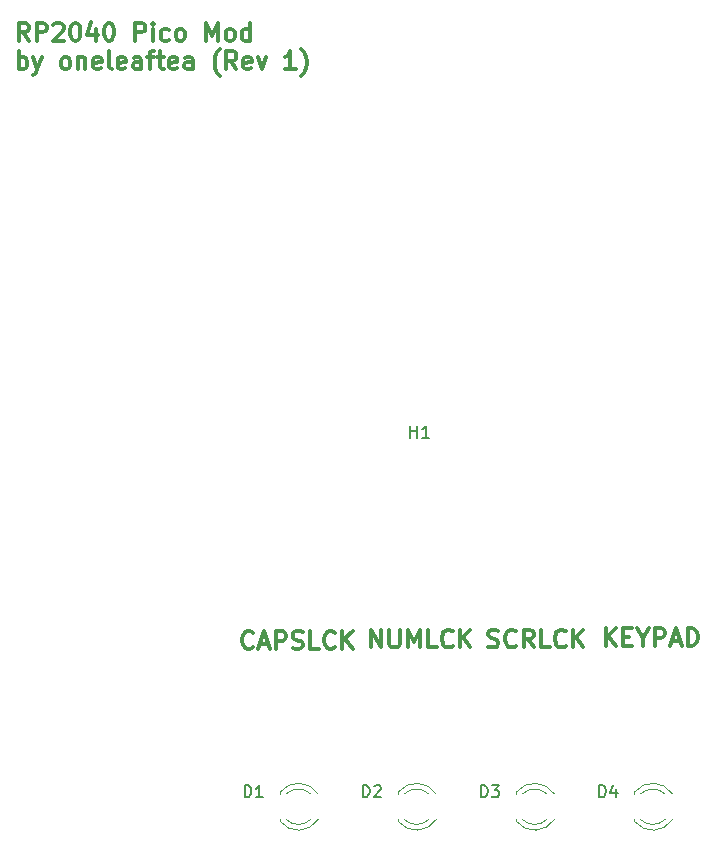
<source format=gto>
G04 #@! TF.GenerationSoftware,KiCad,Pcbnew,9.0.1-9.0.1-0~ubuntu22.04.1*
G04 #@! TF.CreationDate,2025-04-10T12:51:45-07:00*
G04 #@! TF.ProjectId,kicad_port,6b696361-645f-4706-9f72-742e6b696361,rev?*
G04 #@! TF.SameCoordinates,Original*
G04 #@! TF.FileFunction,Legend,Top*
G04 #@! TF.FilePolarity,Positive*
%FSLAX46Y46*%
G04 Gerber Fmt 4.6, Leading zero omitted, Abs format (unit mm)*
G04 Created by KiCad (PCBNEW 9.0.1-9.0.1-0~ubuntu22.04.1) date 2025-04-10 12:51:45*
%MOMM*%
%LPD*%
G01*
G04 APERTURE LIST*
%ADD10C,0.300000*%
%ADD11C,0.150000*%
%ADD12C,0.120000*%
%ADD13O,4.750000X2.250000*%
%ADD14O,1.400000X1.400000*%
%ADD15C,1.400000*%
%ADD16O,1.700000X1.700000*%
%ADD17R,1.700000X1.700000*%
%ADD18R,1.800000X1.800000*%
%ADD19C,1.800000*%
%ADD20C,8.600000*%
%ADD21O,2.000000X1.200000*%
%ADD22C,1.511200*%
%ADD23C,6.500000*%
%ADD24C,1.638200*%
G04 APERTURE END LIST*
D10*
X112155653Y-67542870D02*
X111655653Y-66828584D01*
X111298510Y-67542870D02*
X111298510Y-66042870D01*
X111298510Y-66042870D02*
X111869939Y-66042870D01*
X111869939Y-66042870D02*
X112012796Y-66114299D01*
X112012796Y-66114299D02*
X112084225Y-66185727D01*
X112084225Y-66185727D02*
X112155653Y-66328584D01*
X112155653Y-66328584D02*
X112155653Y-66542870D01*
X112155653Y-66542870D02*
X112084225Y-66685727D01*
X112084225Y-66685727D02*
X112012796Y-66757156D01*
X112012796Y-66757156D02*
X111869939Y-66828584D01*
X111869939Y-66828584D02*
X111298510Y-66828584D01*
X112798510Y-67542870D02*
X112798510Y-66042870D01*
X112798510Y-66042870D02*
X113369939Y-66042870D01*
X113369939Y-66042870D02*
X113512796Y-66114299D01*
X113512796Y-66114299D02*
X113584225Y-66185727D01*
X113584225Y-66185727D02*
X113655653Y-66328584D01*
X113655653Y-66328584D02*
X113655653Y-66542870D01*
X113655653Y-66542870D02*
X113584225Y-66685727D01*
X113584225Y-66685727D02*
X113512796Y-66757156D01*
X113512796Y-66757156D02*
X113369939Y-66828584D01*
X113369939Y-66828584D02*
X112798510Y-66828584D01*
X114227082Y-66185727D02*
X114298510Y-66114299D01*
X114298510Y-66114299D02*
X114441368Y-66042870D01*
X114441368Y-66042870D02*
X114798510Y-66042870D01*
X114798510Y-66042870D02*
X114941368Y-66114299D01*
X114941368Y-66114299D02*
X115012796Y-66185727D01*
X115012796Y-66185727D02*
X115084225Y-66328584D01*
X115084225Y-66328584D02*
X115084225Y-66471442D01*
X115084225Y-66471442D02*
X115012796Y-66685727D01*
X115012796Y-66685727D02*
X114155653Y-67542870D01*
X114155653Y-67542870D02*
X115084225Y-67542870D01*
X116012796Y-66042870D02*
X116155653Y-66042870D01*
X116155653Y-66042870D02*
X116298510Y-66114299D01*
X116298510Y-66114299D02*
X116369939Y-66185727D01*
X116369939Y-66185727D02*
X116441367Y-66328584D01*
X116441367Y-66328584D02*
X116512796Y-66614299D01*
X116512796Y-66614299D02*
X116512796Y-66971442D01*
X116512796Y-66971442D02*
X116441367Y-67257156D01*
X116441367Y-67257156D02*
X116369939Y-67400013D01*
X116369939Y-67400013D02*
X116298510Y-67471442D01*
X116298510Y-67471442D02*
X116155653Y-67542870D01*
X116155653Y-67542870D02*
X116012796Y-67542870D01*
X116012796Y-67542870D02*
X115869939Y-67471442D01*
X115869939Y-67471442D02*
X115798510Y-67400013D01*
X115798510Y-67400013D02*
X115727081Y-67257156D01*
X115727081Y-67257156D02*
X115655653Y-66971442D01*
X115655653Y-66971442D02*
X115655653Y-66614299D01*
X115655653Y-66614299D02*
X115727081Y-66328584D01*
X115727081Y-66328584D02*
X115798510Y-66185727D01*
X115798510Y-66185727D02*
X115869939Y-66114299D01*
X115869939Y-66114299D02*
X116012796Y-66042870D01*
X117798510Y-66542870D02*
X117798510Y-67542870D01*
X117441367Y-65971442D02*
X117084224Y-67042870D01*
X117084224Y-67042870D02*
X118012795Y-67042870D01*
X118869938Y-66042870D02*
X119012795Y-66042870D01*
X119012795Y-66042870D02*
X119155652Y-66114299D01*
X119155652Y-66114299D02*
X119227081Y-66185727D01*
X119227081Y-66185727D02*
X119298509Y-66328584D01*
X119298509Y-66328584D02*
X119369938Y-66614299D01*
X119369938Y-66614299D02*
X119369938Y-66971442D01*
X119369938Y-66971442D02*
X119298509Y-67257156D01*
X119298509Y-67257156D02*
X119227081Y-67400013D01*
X119227081Y-67400013D02*
X119155652Y-67471442D01*
X119155652Y-67471442D02*
X119012795Y-67542870D01*
X119012795Y-67542870D02*
X118869938Y-67542870D01*
X118869938Y-67542870D02*
X118727081Y-67471442D01*
X118727081Y-67471442D02*
X118655652Y-67400013D01*
X118655652Y-67400013D02*
X118584223Y-67257156D01*
X118584223Y-67257156D02*
X118512795Y-66971442D01*
X118512795Y-66971442D02*
X118512795Y-66614299D01*
X118512795Y-66614299D02*
X118584223Y-66328584D01*
X118584223Y-66328584D02*
X118655652Y-66185727D01*
X118655652Y-66185727D02*
X118727081Y-66114299D01*
X118727081Y-66114299D02*
X118869938Y-66042870D01*
X121155651Y-67542870D02*
X121155651Y-66042870D01*
X121155651Y-66042870D02*
X121727080Y-66042870D01*
X121727080Y-66042870D02*
X121869937Y-66114299D01*
X121869937Y-66114299D02*
X121941366Y-66185727D01*
X121941366Y-66185727D02*
X122012794Y-66328584D01*
X122012794Y-66328584D02*
X122012794Y-66542870D01*
X122012794Y-66542870D02*
X121941366Y-66685727D01*
X121941366Y-66685727D02*
X121869937Y-66757156D01*
X121869937Y-66757156D02*
X121727080Y-66828584D01*
X121727080Y-66828584D02*
X121155651Y-66828584D01*
X122655651Y-67542870D02*
X122655651Y-66542870D01*
X122655651Y-66042870D02*
X122584223Y-66114299D01*
X122584223Y-66114299D02*
X122655651Y-66185727D01*
X122655651Y-66185727D02*
X122727080Y-66114299D01*
X122727080Y-66114299D02*
X122655651Y-66042870D01*
X122655651Y-66042870D02*
X122655651Y-66185727D01*
X124012795Y-67471442D02*
X123869937Y-67542870D01*
X123869937Y-67542870D02*
X123584223Y-67542870D01*
X123584223Y-67542870D02*
X123441366Y-67471442D01*
X123441366Y-67471442D02*
X123369937Y-67400013D01*
X123369937Y-67400013D02*
X123298509Y-67257156D01*
X123298509Y-67257156D02*
X123298509Y-66828584D01*
X123298509Y-66828584D02*
X123369937Y-66685727D01*
X123369937Y-66685727D02*
X123441366Y-66614299D01*
X123441366Y-66614299D02*
X123584223Y-66542870D01*
X123584223Y-66542870D02*
X123869937Y-66542870D01*
X123869937Y-66542870D02*
X124012795Y-66614299D01*
X124869937Y-67542870D02*
X124727080Y-67471442D01*
X124727080Y-67471442D02*
X124655651Y-67400013D01*
X124655651Y-67400013D02*
X124584223Y-67257156D01*
X124584223Y-67257156D02*
X124584223Y-66828584D01*
X124584223Y-66828584D02*
X124655651Y-66685727D01*
X124655651Y-66685727D02*
X124727080Y-66614299D01*
X124727080Y-66614299D02*
X124869937Y-66542870D01*
X124869937Y-66542870D02*
X125084223Y-66542870D01*
X125084223Y-66542870D02*
X125227080Y-66614299D01*
X125227080Y-66614299D02*
X125298509Y-66685727D01*
X125298509Y-66685727D02*
X125369937Y-66828584D01*
X125369937Y-66828584D02*
X125369937Y-67257156D01*
X125369937Y-67257156D02*
X125298509Y-67400013D01*
X125298509Y-67400013D02*
X125227080Y-67471442D01*
X125227080Y-67471442D02*
X125084223Y-67542870D01*
X125084223Y-67542870D02*
X124869937Y-67542870D01*
X127155651Y-67542870D02*
X127155651Y-66042870D01*
X127155651Y-66042870D02*
X127655651Y-67114299D01*
X127655651Y-67114299D02*
X128155651Y-66042870D01*
X128155651Y-66042870D02*
X128155651Y-67542870D01*
X129084223Y-67542870D02*
X128941366Y-67471442D01*
X128941366Y-67471442D02*
X128869937Y-67400013D01*
X128869937Y-67400013D02*
X128798509Y-67257156D01*
X128798509Y-67257156D02*
X128798509Y-66828584D01*
X128798509Y-66828584D02*
X128869937Y-66685727D01*
X128869937Y-66685727D02*
X128941366Y-66614299D01*
X128941366Y-66614299D02*
X129084223Y-66542870D01*
X129084223Y-66542870D02*
X129298509Y-66542870D01*
X129298509Y-66542870D02*
X129441366Y-66614299D01*
X129441366Y-66614299D02*
X129512795Y-66685727D01*
X129512795Y-66685727D02*
X129584223Y-66828584D01*
X129584223Y-66828584D02*
X129584223Y-67257156D01*
X129584223Y-67257156D02*
X129512795Y-67400013D01*
X129512795Y-67400013D02*
X129441366Y-67471442D01*
X129441366Y-67471442D02*
X129298509Y-67542870D01*
X129298509Y-67542870D02*
X129084223Y-67542870D01*
X130869938Y-67542870D02*
X130869938Y-66042870D01*
X130869938Y-67471442D02*
X130727080Y-67542870D01*
X130727080Y-67542870D02*
X130441366Y-67542870D01*
X130441366Y-67542870D02*
X130298509Y-67471442D01*
X130298509Y-67471442D02*
X130227080Y-67400013D01*
X130227080Y-67400013D02*
X130155652Y-67257156D01*
X130155652Y-67257156D02*
X130155652Y-66828584D01*
X130155652Y-66828584D02*
X130227080Y-66685727D01*
X130227080Y-66685727D02*
X130298509Y-66614299D01*
X130298509Y-66614299D02*
X130441366Y-66542870D01*
X130441366Y-66542870D02*
X130727080Y-66542870D01*
X130727080Y-66542870D02*
X130869938Y-66614299D01*
X111298510Y-69957786D02*
X111298510Y-68457786D01*
X111298510Y-69029215D02*
X111441368Y-68957786D01*
X111441368Y-68957786D02*
X111727082Y-68957786D01*
X111727082Y-68957786D02*
X111869939Y-69029215D01*
X111869939Y-69029215D02*
X111941368Y-69100643D01*
X111941368Y-69100643D02*
X112012796Y-69243500D01*
X112012796Y-69243500D02*
X112012796Y-69672072D01*
X112012796Y-69672072D02*
X111941368Y-69814929D01*
X111941368Y-69814929D02*
X111869939Y-69886358D01*
X111869939Y-69886358D02*
X111727082Y-69957786D01*
X111727082Y-69957786D02*
X111441368Y-69957786D01*
X111441368Y-69957786D02*
X111298510Y-69886358D01*
X112512796Y-68957786D02*
X112869939Y-69957786D01*
X113227082Y-68957786D02*
X112869939Y-69957786D01*
X112869939Y-69957786D02*
X112727082Y-70314929D01*
X112727082Y-70314929D02*
X112655653Y-70386358D01*
X112655653Y-70386358D02*
X112512796Y-70457786D01*
X115155653Y-69957786D02*
X115012796Y-69886358D01*
X115012796Y-69886358D02*
X114941367Y-69814929D01*
X114941367Y-69814929D02*
X114869939Y-69672072D01*
X114869939Y-69672072D02*
X114869939Y-69243500D01*
X114869939Y-69243500D02*
X114941367Y-69100643D01*
X114941367Y-69100643D02*
X115012796Y-69029215D01*
X115012796Y-69029215D02*
X115155653Y-68957786D01*
X115155653Y-68957786D02*
X115369939Y-68957786D01*
X115369939Y-68957786D02*
X115512796Y-69029215D01*
X115512796Y-69029215D02*
X115584225Y-69100643D01*
X115584225Y-69100643D02*
X115655653Y-69243500D01*
X115655653Y-69243500D02*
X115655653Y-69672072D01*
X115655653Y-69672072D02*
X115584225Y-69814929D01*
X115584225Y-69814929D02*
X115512796Y-69886358D01*
X115512796Y-69886358D02*
X115369939Y-69957786D01*
X115369939Y-69957786D02*
X115155653Y-69957786D01*
X116298510Y-68957786D02*
X116298510Y-69957786D01*
X116298510Y-69100643D02*
X116369939Y-69029215D01*
X116369939Y-69029215D02*
X116512796Y-68957786D01*
X116512796Y-68957786D02*
X116727082Y-68957786D01*
X116727082Y-68957786D02*
X116869939Y-69029215D01*
X116869939Y-69029215D02*
X116941368Y-69172072D01*
X116941368Y-69172072D02*
X116941368Y-69957786D01*
X118227082Y-69886358D02*
X118084225Y-69957786D01*
X118084225Y-69957786D02*
X117798511Y-69957786D01*
X117798511Y-69957786D02*
X117655653Y-69886358D01*
X117655653Y-69886358D02*
X117584225Y-69743500D01*
X117584225Y-69743500D02*
X117584225Y-69172072D01*
X117584225Y-69172072D02*
X117655653Y-69029215D01*
X117655653Y-69029215D02*
X117798511Y-68957786D01*
X117798511Y-68957786D02*
X118084225Y-68957786D01*
X118084225Y-68957786D02*
X118227082Y-69029215D01*
X118227082Y-69029215D02*
X118298511Y-69172072D01*
X118298511Y-69172072D02*
X118298511Y-69314929D01*
X118298511Y-69314929D02*
X117584225Y-69457786D01*
X119155653Y-69957786D02*
X119012796Y-69886358D01*
X119012796Y-69886358D02*
X118941367Y-69743500D01*
X118941367Y-69743500D02*
X118941367Y-68457786D01*
X120298510Y-69886358D02*
X120155653Y-69957786D01*
X120155653Y-69957786D02*
X119869939Y-69957786D01*
X119869939Y-69957786D02*
X119727081Y-69886358D01*
X119727081Y-69886358D02*
X119655653Y-69743500D01*
X119655653Y-69743500D02*
X119655653Y-69172072D01*
X119655653Y-69172072D02*
X119727081Y-69029215D01*
X119727081Y-69029215D02*
X119869939Y-68957786D01*
X119869939Y-68957786D02*
X120155653Y-68957786D01*
X120155653Y-68957786D02*
X120298510Y-69029215D01*
X120298510Y-69029215D02*
X120369939Y-69172072D01*
X120369939Y-69172072D02*
X120369939Y-69314929D01*
X120369939Y-69314929D02*
X119655653Y-69457786D01*
X121655653Y-69957786D02*
X121655653Y-69172072D01*
X121655653Y-69172072D02*
X121584224Y-69029215D01*
X121584224Y-69029215D02*
X121441367Y-68957786D01*
X121441367Y-68957786D02*
X121155653Y-68957786D01*
X121155653Y-68957786D02*
X121012795Y-69029215D01*
X121655653Y-69886358D02*
X121512795Y-69957786D01*
X121512795Y-69957786D02*
X121155653Y-69957786D01*
X121155653Y-69957786D02*
X121012795Y-69886358D01*
X121012795Y-69886358D02*
X120941367Y-69743500D01*
X120941367Y-69743500D02*
X120941367Y-69600643D01*
X120941367Y-69600643D02*
X121012795Y-69457786D01*
X121012795Y-69457786D02*
X121155653Y-69386358D01*
X121155653Y-69386358D02*
X121512795Y-69386358D01*
X121512795Y-69386358D02*
X121655653Y-69314929D01*
X122155653Y-68957786D02*
X122727081Y-68957786D01*
X122369938Y-69957786D02*
X122369938Y-68672072D01*
X122369938Y-68672072D02*
X122441367Y-68529215D01*
X122441367Y-68529215D02*
X122584224Y-68457786D01*
X122584224Y-68457786D02*
X122727081Y-68457786D01*
X123012796Y-68957786D02*
X123584224Y-68957786D01*
X123227081Y-68457786D02*
X123227081Y-69743500D01*
X123227081Y-69743500D02*
X123298510Y-69886358D01*
X123298510Y-69886358D02*
X123441367Y-69957786D01*
X123441367Y-69957786D02*
X123584224Y-69957786D01*
X124655653Y-69886358D02*
X124512796Y-69957786D01*
X124512796Y-69957786D02*
X124227082Y-69957786D01*
X124227082Y-69957786D02*
X124084224Y-69886358D01*
X124084224Y-69886358D02*
X124012796Y-69743500D01*
X124012796Y-69743500D02*
X124012796Y-69172072D01*
X124012796Y-69172072D02*
X124084224Y-69029215D01*
X124084224Y-69029215D02*
X124227082Y-68957786D01*
X124227082Y-68957786D02*
X124512796Y-68957786D01*
X124512796Y-68957786D02*
X124655653Y-69029215D01*
X124655653Y-69029215D02*
X124727082Y-69172072D01*
X124727082Y-69172072D02*
X124727082Y-69314929D01*
X124727082Y-69314929D02*
X124012796Y-69457786D01*
X126012796Y-69957786D02*
X126012796Y-69172072D01*
X126012796Y-69172072D02*
X125941367Y-69029215D01*
X125941367Y-69029215D02*
X125798510Y-68957786D01*
X125798510Y-68957786D02*
X125512796Y-68957786D01*
X125512796Y-68957786D02*
X125369938Y-69029215D01*
X126012796Y-69886358D02*
X125869938Y-69957786D01*
X125869938Y-69957786D02*
X125512796Y-69957786D01*
X125512796Y-69957786D02*
X125369938Y-69886358D01*
X125369938Y-69886358D02*
X125298510Y-69743500D01*
X125298510Y-69743500D02*
X125298510Y-69600643D01*
X125298510Y-69600643D02*
X125369938Y-69457786D01*
X125369938Y-69457786D02*
X125512796Y-69386358D01*
X125512796Y-69386358D02*
X125869938Y-69386358D01*
X125869938Y-69386358D02*
X126012796Y-69314929D01*
X128298510Y-70529215D02*
X128227081Y-70457786D01*
X128227081Y-70457786D02*
X128084224Y-70243500D01*
X128084224Y-70243500D02*
X128012796Y-70100643D01*
X128012796Y-70100643D02*
X127941367Y-69886358D01*
X127941367Y-69886358D02*
X127869938Y-69529215D01*
X127869938Y-69529215D02*
X127869938Y-69243500D01*
X127869938Y-69243500D02*
X127941367Y-68886358D01*
X127941367Y-68886358D02*
X128012796Y-68672072D01*
X128012796Y-68672072D02*
X128084224Y-68529215D01*
X128084224Y-68529215D02*
X128227081Y-68314929D01*
X128227081Y-68314929D02*
X128298510Y-68243500D01*
X129727081Y-69957786D02*
X129227081Y-69243500D01*
X128869938Y-69957786D02*
X128869938Y-68457786D01*
X128869938Y-68457786D02*
X129441367Y-68457786D01*
X129441367Y-68457786D02*
X129584224Y-68529215D01*
X129584224Y-68529215D02*
X129655653Y-68600643D01*
X129655653Y-68600643D02*
X129727081Y-68743500D01*
X129727081Y-68743500D02*
X129727081Y-68957786D01*
X129727081Y-68957786D02*
X129655653Y-69100643D01*
X129655653Y-69100643D02*
X129584224Y-69172072D01*
X129584224Y-69172072D02*
X129441367Y-69243500D01*
X129441367Y-69243500D02*
X128869938Y-69243500D01*
X130941367Y-69886358D02*
X130798510Y-69957786D01*
X130798510Y-69957786D02*
X130512796Y-69957786D01*
X130512796Y-69957786D02*
X130369938Y-69886358D01*
X130369938Y-69886358D02*
X130298510Y-69743500D01*
X130298510Y-69743500D02*
X130298510Y-69172072D01*
X130298510Y-69172072D02*
X130369938Y-69029215D01*
X130369938Y-69029215D02*
X130512796Y-68957786D01*
X130512796Y-68957786D02*
X130798510Y-68957786D01*
X130798510Y-68957786D02*
X130941367Y-69029215D01*
X130941367Y-69029215D02*
X131012796Y-69172072D01*
X131012796Y-69172072D02*
X131012796Y-69314929D01*
X131012796Y-69314929D02*
X130298510Y-69457786D01*
X131512795Y-68957786D02*
X131869938Y-69957786D01*
X131869938Y-69957786D02*
X132227081Y-68957786D01*
X134727081Y-69957786D02*
X133869938Y-69957786D01*
X134298509Y-69957786D02*
X134298509Y-68457786D01*
X134298509Y-68457786D02*
X134155652Y-68672072D01*
X134155652Y-68672072D02*
X134012795Y-68814929D01*
X134012795Y-68814929D02*
X133869938Y-68886358D01*
X135227080Y-70529215D02*
X135298509Y-70457786D01*
X135298509Y-70457786D02*
X135441366Y-70243500D01*
X135441366Y-70243500D02*
X135512795Y-70100643D01*
X135512795Y-70100643D02*
X135584223Y-69886358D01*
X135584223Y-69886358D02*
X135655652Y-69529215D01*
X135655652Y-69529215D02*
X135655652Y-69243500D01*
X135655652Y-69243500D02*
X135584223Y-68886358D01*
X135584223Y-68886358D02*
X135512795Y-68672072D01*
X135512795Y-68672072D02*
X135441366Y-68529215D01*
X135441366Y-68529215D02*
X135298509Y-68314929D01*
X135298509Y-68314929D02*
X135227080Y-68243500D01*
X131124000Y-118899471D02*
X131052572Y-118970900D01*
X131052572Y-118970900D02*
X130838286Y-119042328D01*
X130838286Y-119042328D02*
X130695429Y-119042328D01*
X130695429Y-119042328D02*
X130481143Y-118970900D01*
X130481143Y-118970900D02*
X130338286Y-118828042D01*
X130338286Y-118828042D02*
X130266857Y-118685185D01*
X130266857Y-118685185D02*
X130195429Y-118399471D01*
X130195429Y-118399471D02*
X130195429Y-118185185D01*
X130195429Y-118185185D02*
X130266857Y-117899471D01*
X130266857Y-117899471D02*
X130338286Y-117756614D01*
X130338286Y-117756614D02*
X130481143Y-117613757D01*
X130481143Y-117613757D02*
X130695429Y-117542328D01*
X130695429Y-117542328D02*
X130838286Y-117542328D01*
X130838286Y-117542328D02*
X131052572Y-117613757D01*
X131052572Y-117613757D02*
X131124000Y-117685185D01*
X131695429Y-118613757D02*
X132409715Y-118613757D01*
X131552572Y-119042328D02*
X132052572Y-117542328D01*
X132052572Y-117542328D02*
X132552572Y-119042328D01*
X133052571Y-119042328D02*
X133052571Y-117542328D01*
X133052571Y-117542328D02*
X133624000Y-117542328D01*
X133624000Y-117542328D02*
X133766857Y-117613757D01*
X133766857Y-117613757D02*
X133838286Y-117685185D01*
X133838286Y-117685185D02*
X133909714Y-117828042D01*
X133909714Y-117828042D02*
X133909714Y-118042328D01*
X133909714Y-118042328D02*
X133838286Y-118185185D01*
X133838286Y-118185185D02*
X133766857Y-118256614D01*
X133766857Y-118256614D02*
X133624000Y-118328042D01*
X133624000Y-118328042D02*
X133052571Y-118328042D01*
X134481143Y-118970900D02*
X134695429Y-119042328D01*
X134695429Y-119042328D02*
X135052571Y-119042328D01*
X135052571Y-119042328D02*
X135195429Y-118970900D01*
X135195429Y-118970900D02*
X135266857Y-118899471D01*
X135266857Y-118899471D02*
X135338286Y-118756614D01*
X135338286Y-118756614D02*
X135338286Y-118613757D01*
X135338286Y-118613757D02*
X135266857Y-118470900D01*
X135266857Y-118470900D02*
X135195429Y-118399471D01*
X135195429Y-118399471D02*
X135052571Y-118328042D01*
X135052571Y-118328042D02*
X134766857Y-118256614D01*
X134766857Y-118256614D02*
X134624000Y-118185185D01*
X134624000Y-118185185D02*
X134552571Y-118113757D01*
X134552571Y-118113757D02*
X134481143Y-117970900D01*
X134481143Y-117970900D02*
X134481143Y-117828042D01*
X134481143Y-117828042D02*
X134552571Y-117685185D01*
X134552571Y-117685185D02*
X134624000Y-117613757D01*
X134624000Y-117613757D02*
X134766857Y-117542328D01*
X134766857Y-117542328D02*
X135124000Y-117542328D01*
X135124000Y-117542328D02*
X135338286Y-117613757D01*
X136695428Y-119042328D02*
X135981142Y-119042328D01*
X135981142Y-119042328D02*
X135981142Y-117542328D01*
X138052571Y-118899471D02*
X137981143Y-118970900D01*
X137981143Y-118970900D02*
X137766857Y-119042328D01*
X137766857Y-119042328D02*
X137624000Y-119042328D01*
X137624000Y-119042328D02*
X137409714Y-118970900D01*
X137409714Y-118970900D02*
X137266857Y-118828042D01*
X137266857Y-118828042D02*
X137195428Y-118685185D01*
X137195428Y-118685185D02*
X137124000Y-118399471D01*
X137124000Y-118399471D02*
X137124000Y-118185185D01*
X137124000Y-118185185D02*
X137195428Y-117899471D01*
X137195428Y-117899471D02*
X137266857Y-117756614D01*
X137266857Y-117756614D02*
X137409714Y-117613757D01*
X137409714Y-117613757D02*
X137624000Y-117542328D01*
X137624000Y-117542328D02*
X137766857Y-117542328D01*
X137766857Y-117542328D02*
X137981143Y-117613757D01*
X137981143Y-117613757D02*
X138052571Y-117685185D01*
X138695428Y-119042328D02*
X138695428Y-117542328D01*
X139552571Y-119042328D02*
X138909714Y-118185185D01*
X139552571Y-117542328D02*
X138695428Y-118399471D01*
X160988857Y-118788328D02*
X160988857Y-117288328D01*
X161846000Y-118788328D02*
X161203143Y-117931185D01*
X161846000Y-117288328D02*
X160988857Y-118145471D01*
X162488857Y-118002614D02*
X162988857Y-118002614D01*
X163203143Y-118788328D02*
X162488857Y-118788328D01*
X162488857Y-118788328D02*
X162488857Y-117288328D01*
X162488857Y-117288328D02*
X163203143Y-117288328D01*
X164131715Y-118074042D02*
X164131715Y-118788328D01*
X163631715Y-117288328D02*
X164131715Y-118074042D01*
X164131715Y-118074042D02*
X164631715Y-117288328D01*
X165131714Y-118788328D02*
X165131714Y-117288328D01*
X165131714Y-117288328D02*
X165703143Y-117288328D01*
X165703143Y-117288328D02*
X165846000Y-117359757D01*
X165846000Y-117359757D02*
X165917429Y-117431185D01*
X165917429Y-117431185D02*
X165988857Y-117574042D01*
X165988857Y-117574042D02*
X165988857Y-117788328D01*
X165988857Y-117788328D02*
X165917429Y-117931185D01*
X165917429Y-117931185D02*
X165846000Y-118002614D01*
X165846000Y-118002614D02*
X165703143Y-118074042D01*
X165703143Y-118074042D02*
X165131714Y-118074042D01*
X166560286Y-118359757D02*
X167274572Y-118359757D01*
X166417429Y-118788328D02*
X166917429Y-117288328D01*
X166917429Y-117288328D02*
X167417429Y-118788328D01*
X167917428Y-118788328D02*
X167917428Y-117288328D01*
X167917428Y-117288328D02*
X168274571Y-117288328D01*
X168274571Y-117288328D02*
X168488857Y-117359757D01*
X168488857Y-117359757D02*
X168631714Y-117502614D01*
X168631714Y-117502614D02*
X168703143Y-117645471D01*
X168703143Y-117645471D02*
X168774571Y-117931185D01*
X168774571Y-117931185D02*
X168774571Y-118145471D01*
X168774571Y-118145471D02*
X168703143Y-118431185D01*
X168703143Y-118431185D02*
X168631714Y-118574042D01*
X168631714Y-118574042D02*
X168488857Y-118716900D01*
X168488857Y-118716900D02*
X168274571Y-118788328D01*
X168274571Y-118788328D02*
X167917428Y-118788328D01*
X151031286Y-118843900D02*
X151245572Y-118915328D01*
X151245572Y-118915328D02*
X151602714Y-118915328D01*
X151602714Y-118915328D02*
X151745572Y-118843900D01*
X151745572Y-118843900D02*
X151817000Y-118772471D01*
X151817000Y-118772471D02*
X151888429Y-118629614D01*
X151888429Y-118629614D02*
X151888429Y-118486757D01*
X151888429Y-118486757D02*
X151817000Y-118343900D01*
X151817000Y-118343900D02*
X151745572Y-118272471D01*
X151745572Y-118272471D02*
X151602714Y-118201042D01*
X151602714Y-118201042D02*
X151317000Y-118129614D01*
X151317000Y-118129614D02*
X151174143Y-118058185D01*
X151174143Y-118058185D02*
X151102714Y-117986757D01*
X151102714Y-117986757D02*
X151031286Y-117843900D01*
X151031286Y-117843900D02*
X151031286Y-117701042D01*
X151031286Y-117701042D02*
X151102714Y-117558185D01*
X151102714Y-117558185D02*
X151174143Y-117486757D01*
X151174143Y-117486757D02*
X151317000Y-117415328D01*
X151317000Y-117415328D02*
X151674143Y-117415328D01*
X151674143Y-117415328D02*
X151888429Y-117486757D01*
X153388428Y-118772471D02*
X153317000Y-118843900D01*
X153317000Y-118843900D02*
X153102714Y-118915328D01*
X153102714Y-118915328D02*
X152959857Y-118915328D01*
X152959857Y-118915328D02*
X152745571Y-118843900D01*
X152745571Y-118843900D02*
X152602714Y-118701042D01*
X152602714Y-118701042D02*
X152531285Y-118558185D01*
X152531285Y-118558185D02*
X152459857Y-118272471D01*
X152459857Y-118272471D02*
X152459857Y-118058185D01*
X152459857Y-118058185D02*
X152531285Y-117772471D01*
X152531285Y-117772471D02*
X152602714Y-117629614D01*
X152602714Y-117629614D02*
X152745571Y-117486757D01*
X152745571Y-117486757D02*
X152959857Y-117415328D01*
X152959857Y-117415328D02*
X153102714Y-117415328D01*
X153102714Y-117415328D02*
X153317000Y-117486757D01*
X153317000Y-117486757D02*
X153388428Y-117558185D01*
X154888428Y-118915328D02*
X154388428Y-118201042D01*
X154031285Y-118915328D02*
X154031285Y-117415328D01*
X154031285Y-117415328D02*
X154602714Y-117415328D01*
X154602714Y-117415328D02*
X154745571Y-117486757D01*
X154745571Y-117486757D02*
X154817000Y-117558185D01*
X154817000Y-117558185D02*
X154888428Y-117701042D01*
X154888428Y-117701042D02*
X154888428Y-117915328D01*
X154888428Y-117915328D02*
X154817000Y-118058185D01*
X154817000Y-118058185D02*
X154745571Y-118129614D01*
X154745571Y-118129614D02*
X154602714Y-118201042D01*
X154602714Y-118201042D02*
X154031285Y-118201042D01*
X156245571Y-118915328D02*
X155531285Y-118915328D01*
X155531285Y-118915328D02*
X155531285Y-117415328D01*
X157602714Y-118772471D02*
X157531286Y-118843900D01*
X157531286Y-118843900D02*
X157317000Y-118915328D01*
X157317000Y-118915328D02*
X157174143Y-118915328D01*
X157174143Y-118915328D02*
X156959857Y-118843900D01*
X156959857Y-118843900D02*
X156817000Y-118701042D01*
X156817000Y-118701042D02*
X156745571Y-118558185D01*
X156745571Y-118558185D02*
X156674143Y-118272471D01*
X156674143Y-118272471D02*
X156674143Y-118058185D01*
X156674143Y-118058185D02*
X156745571Y-117772471D01*
X156745571Y-117772471D02*
X156817000Y-117629614D01*
X156817000Y-117629614D02*
X156959857Y-117486757D01*
X156959857Y-117486757D02*
X157174143Y-117415328D01*
X157174143Y-117415328D02*
X157317000Y-117415328D01*
X157317000Y-117415328D02*
X157531286Y-117486757D01*
X157531286Y-117486757D02*
X157602714Y-117558185D01*
X158245571Y-118915328D02*
X158245571Y-117415328D01*
X159102714Y-118915328D02*
X158459857Y-118058185D01*
X159102714Y-117415328D02*
X158245571Y-118272471D01*
X141109427Y-118915328D02*
X141109427Y-117415328D01*
X141109427Y-117415328D02*
X141966570Y-118915328D01*
X141966570Y-118915328D02*
X141966570Y-117415328D01*
X142680856Y-117415328D02*
X142680856Y-118629614D01*
X142680856Y-118629614D02*
X142752285Y-118772471D01*
X142752285Y-118772471D02*
X142823714Y-118843900D01*
X142823714Y-118843900D02*
X142966571Y-118915328D01*
X142966571Y-118915328D02*
X143252285Y-118915328D01*
X143252285Y-118915328D02*
X143395142Y-118843900D01*
X143395142Y-118843900D02*
X143466571Y-118772471D01*
X143466571Y-118772471D02*
X143537999Y-118629614D01*
X143537999Y-118629614D02*
X143537999Y-117415328D01*
X144252285Y-118915328D02*
X144252285Y-117415328D01*
X144252285Y-117415328D02*
X144752285Y-118486757D01*
X144752285Y-118486757D02*
X145252285Y-117415328D01*
X145252285Y-117415328D02*
X145252285Y-118915328D01*
X146680857Y-118915328D02*
X145966571Y-118915328D01*
X145966571Y-118915328D02*
X145966571Y-117415328D01*
X148038000Y-118772471D02*
X147966572Y-118843900D01*
X147966572Y-118843900D02*
X147752286Y-118915328D01*
X147752286Y-118915328D02*
X147609429Y-118915328D01*
X147609429Y-118915328D02*
X147395143Y-118843900D01*
X147395143Y-118843900D02*
X147252286Y-118701042D01*
X147252286Y-118701042D02*
X147180857Y-118558185D01*
X147180857Y-118558185D02*
X147109429Y-118272471D01*
X147109429Y-118272471D02*
X147109429Y-118058185D01*
X147109429Y-118058185D02*
X147180857Y-117772471D01*
X147180857Y-117772471D02*
X147252286Y-117629614D01*
X147252286Y-117629614D02*
X147395143Y-117486757D01*
X147395143Y-117486757D02*
X147609429Y-117415328D01*
X147609429Y-117415328D02*
X147752286Y-117415328D01*
X147752286Y-117415328D02*
X147966572Y-117486757D01*
X147966572Y-117486757D02*
X148038000Y-117558185D01*
X148680857Y-118915328D02*
X148680857Y-117415328D01*
X149538000Y-118915328D02*
X148895143Y-118058185D01*
X149538000Y-117415328D02*
X148680857Y-118272471D01*
D11*
X130421905Y-131584819D02*
X130421905Y-130584819D01*
X130421905Y-130584819D02*
X130660000Y-130584819D01*
X130660000Y-130584819D02*
X130802857Y-130632438D01*
X130802857Y-130632438D02*
X130898095Y-130727676D01*
X130898095Y-130727676D02*
X130945714Y-130822914D01*
X130945714Y-130822914D02*
X130993333Y-131013390D01*
X130993333Y-131013390D02*
X130993333Y-131156247D01*
X130993333Y-131156247D02*
X130945714Y-131346723D01*
X130945714Y-131346723D02*
X130898095Y-131441961D01*
X130898095Y-131441961D02*
X130802857Y-131537200D01*
X130802857Y-131537200D02*
X130660000Y-131584819D01*
X130660000Y-131584819D02*
X130421905Y-131584819D01*
X131945714Y-131584819D02*
X131374286Y-131584819D01*
X131660000Y-131584819D02*
X131660000Y-130584819D01*
X131660000Y-130584819D02*
X131564762Y-130727676D01*
X131564762Y-130727676D02*
X131469524Y-130822914D01*
X131469524Y-130822914D02*
X131374286Y-130870533D01*
X140421905Y-131584819D02*
X140421905Y-130584819D01*
X140421905Y-130584819D02*
X140660000Y-130584819D01*
X140660000Y-130584819D02*
X140802857Y-130632438D01*
X140802857Y-130632438D02*
X140898095Y-130727676D01*
X140898095Y-130727676D02*
X140945714Y-130822914D01*
X140945714Y-130822914D02*
X140993333Y-131013390D01*
X140993333Y-131013390D02*
X140993333Y-131156247D01*
X140993333Y-131156247D02*
X140945714Y-131346723D01*
X140945714Y-131346723D02*
X140898095Y-131441961D01*
X140898095Y-131441961D02*
X140802857Y-131537200D01*
X140802857Y-131537200D02*
X140660000Y-131584819D01*
X140660000Y-131584819D02*
X140421905Y-131584819D01*
X141374286Y-130680057D02*
X141421905Y-130632438D01*
X141421905Y-130632438D02*
X141517143Y-130584819D01*
X141517143Y-130584819D02*
X141755238Y-130584819D01*
X141755238Y-130584819D02*
X141850476Y-130632438D01*
X141850476Y-130632438D02*
X141898095Y-130680057D01*
X141898095Y-130680057D02*
X141945714Y-130775295D01*
X141945714Y-130775295D02*
X141945714Y-130870533D01*
X141945714Y-130870533D02*
X141898095Y-131013390D01*
X141898095Y-131013390D02*
X141326667Y-131584819D01*
X141326667Y-131584819D02*
X141945714Y-131584819D01*
X150421905Y-131584819D02*
X150421905Y-130584819D01*
X150421905Y-130584819D02*
X150660000Y-130584819D01*
X150660000Y-130584819D02*
X150802857Y-130632438D01*
X150802857Y-130632438D02*
X150898095Y-130727676D01*
X150898095Y-130727676D02*
X150945714Y-130822914D01*
X150945714Y-130822914D02*
X150993333Y-131013390D01*
X150993333Y-131013390D02*
X150993333Y-131156247D01*
X150993333Y-131156247D02*
X150945714Y-131346723D01*
X150945714Y-131346723D02*
X150898095Y-131441961D01*
X150898095Y-131441961D02*
X150802857Y-131537200D01*
X150802857Y-131537200D02*
X150660000Y-131584819D01*
X150660000Y-131584819D02*
X150421905Y-131584819D01*
X151326667Y-130584819D02*
X151945714Y-130584819D01*
X151945714Y-130584819D02*
X151612381Y-130965771D01*
X151612381Y-130965771D02*
X151755238Y-130965771D01*
X151755238Y-130965771D02*
X151850476Y-131013390D01*
X151850476Y-131013390D02*
X151898095Y-131061009D01*
X151898095Y-131061009D02*
X151945714Y-131156247D01*
X151945714Y-131156247D02*
X151945714Y-131394342D01*
X151945714Y-131394342D02*
X151898095Y-131489580D01*
X151898095Y-131489580D02*
X151850476Y-131537200D01*
X151850476Y-131537200D02*
X151755238Y-131584819D01*
X151755238Y-131584819D02*
X151469524Y-131584819D01*
X151469524Y-131584819D02*
X151374286Y-131537200D01*
X151374286Y-131537200D02*
X151326667Y-131489580D01*
X160421905Y-131584819D02*
X160421905Y-130584819D01*
X160421905Y-130584819D02*
X160660000Y-130584819D01*
X160660000Y-130584819D02*
X160802857Y-130632438D01*
X160802857Y-130632438D02*
X160898095Y-130727676D01*
X160898095Y-130727676D02*
X160945714Y-130822914D01*
X160945714Y-130822914D02*
X160993333Y-131013390D01*
X160993333Y-131013390D02*
X160993333Y-131156247D01*
X160993333Y-131156247D02*
X160945714Y-131346723D01*
X160945714Y-131346723D02*
X160898095Y-131441961D01*
X160898095Y-131441961D02*
X160802857Y-131537200D01*
X160802857Y-131537200D02*
X160660000Y-131584819D01*
X160660000Y-131584819D02*
X160421905Y-131584819D01*
X161850476Y-130918152D02*
X161850476Y-131584819D01*
X161612381Y-130537200D02*
X161374286Y-131251485D01*
X161374286Y-131251485D02*
X161993333Y-131251485D01*
X144447095Y-101154819D02*
X144447095Y-100154819D01*
X144447095Y-100631009D02*
X145018523Y-100631009D01*
X145018523Y-101154819D02*
X145018523Y-100154819D01*
X146018523Y-101154819D02*
X145447095Y-101154819D01*
X145732809Y-101154819D02*
X145732809Y-100154819D01*
X145732809Y-100154819D02*
X145637571Y-100297676D01*
X145637571Y-100297676D02*
X145542333Y-100392914D01*
X145542333Y-100392914D02*
X145447095Y-100440533D01*
D12*
X133410000Y-131164000D02*
X133410000Y-131320000D01*
X133410000Y-133480000D02*
X133410000Y-133636000D01*
X133410000Y-131164484D02*
G75*
G02*
X136642335Y-131321392I1560000J-1235516D01*
G01*
X133929039Y-131320000D02*
G75*
G02*
X136011130Y-131320163I1040961J-1080000D01*
G01*
X136011130Y-133479837D02*
G75*
G02*
X133929039Y-133480000I-1041130J1079837D01*
G01*
X136642335Y-133478608D02*
G75*
G02*
X133410000Y-133635516I-1672335J1078608D01*
G01*
X143410000Y-131164000D02*
X143410000Y-131320000D01*
X143410000Y-133480000D02*
X143410000Y-133636000D01*
X143410000Y-131164484D02*
G75*
G02*
X146642335Y-131321392I1560000J-1235516D01*
G01*
X143929039Y-131320000D02*
G75*
G02*
X146011130Y-131320163I1040961J-1080000D01*
G01*
X146011130Y-133479837D02*
G75*
G02*
X143929039Y-133480000I-1041130J1079837D01*
G01*
X146642335Y-133478608D02*
G75*
G02*
X143410000Y-133635516I-1672335J1078608D01*
G01*
X153410000Y-131164000D02*
X153410000Y-131320000D01*
X153410000Y-133480000D02*
X153410000Y-133636000D01*
X153410000Y-131164484D02*
G75*
G02*
X156642335Y-131321392I1560000J-1235516D01*
G01*
X153929039Y-131320000D02*
G75*
G02*
X156011130Y-131320163I1040961J-1080000D01*
G01*
X156011130Y-133479837D02*
G75*
G02*
X153929039Y-133480000I-1041130J1079837D01*
G01*
X156642335Y-133478608D02*
G75*
G02*
X153410000Y-133635516I-1672335J1078608D01*
G01*
X163410000Y-131164000D02*
X163410000Y-131320000D01*
X163410000Y-133480000D02*
X163410000Y-133636000D01*
X163410000Y-131164484D02*
G75*
G02*
X166642335Y-131321392I1560000J-1235516D01*
G01*
X163929039Y-131320000D02*
G75*
G02*
X166011130Y-131320163I1040961J-1080000D01*
G01*
X166011130Y-133479837D02*
G75*
G02*
X163929039Y-133480000I-1041130J1079837D01*
G01*
X166642335Y-133478608D02*
G75*
G02*
X163410000Y-133635516I-1672335J1078608D01*
G01*
%LPC*%
D13*
X190300000Y-97600000D03*
X109700000Y-97600000D03*
D14*
X135128000Y-124206000D03*
D15*
X135128000Y-129286000D03*
D16*
X171450000Y-98425000D03*
X168910000Y-98425000D03*
D17*
X166370000Y-98425000D03*
D16*
X163830000Y-98425000D03*
X161290000Y-98425000D03*
X158750000Y-98425000D03*
X156210000Y-98425000D03*
D17*
X153670000Y-98425000D03*
D16*
X151130000Y-98425000D03*
X148590000Y-98425000D03*
X146050000Y-98425000D03*
X143510000Y-98425000D03*
D17*
X140970000Y-98425000D03*
D16*
X138430000Y-98425000D03*
X135890000Y-98425000D03*
X133350000Y-98425000D03*
X130810000Y-98425000D03*
D17*
X128270000Y-98425000D03*
D16*
X125730000Y-98425000D03*
X123190000Y-98425000D03*
X123190000Y-80645000D03*
X125730000Y-80645000D03*
D17*
X128270000Y-80645000D03*
D16*
X130810000Y-80645000D03*
X133350000Y-80645000D03*
X135890000Y-80645000D03*
X138430000Y-80645000D03*
D17*
X140970000Y-80645000D03*
D16*
X143510000Y-80645000D03*
X146050000Y-80645000D03*
X148590000Y-80645000D03*
X151130000Y-80645000D03*
D17*
X153670000Y-80645000D03*
D16*
X156210000Y-80645000D03*
X158750000Y-80645000D03*
X161290000Y-80645000D03*
X163830000Y-80645000D03*
D17*
X166370000Y-80645000D03*
D16*
X168910000Y-80645000D03*
X171450000Y-80645000D03*
D18*
X133700000Y-132400000D03*
D19*
X136240000Y-132400000D03*
D18*
X143700000Y-132400000D03*
D19*
X146240000Y-132400000D03*
D18*
X153700000Y-132400000D03*
D19*
X156240000Y-132400000D03*
D18*
X163700000Y-132400000D03*
D19*
X166240000Y-132400000D03*
D20*
X150000000Y-106000000D03*
D21*
X192900000Y-55000000D03*
X190900000Y-56250000D03*
X192900000Y-57500000D03*
X190900000Y-58750000D03*
X192900000Y-60000000D03*
X190900000Y-61250000D03*
X192900000Y-62500000D03*
X190900000Y-63750000D03*
X192900000Y-65000000D03*
X190900000Y-66250000D03*
X192900000Y-67500000D03*
X190900000Y-68750000D03*
X192900000Y-70000000D03*
X107000000Y-70000000D03*
X109000000Y-68750000D03*
X107000000Y-67500000D03*
X109000000Y-66250000D03*
X107000000Y-65000000D03*
X109000000Y-63750000D03*
X107000000Y-62500000D03*
X109000000Y-61250000D03*
X107000000Y-60000000D03*
X109000000Y-58750000D03*
X107000000Y-57500000D03*
X109000000Y-56250000D03*
X107000000Y-55000000D03*
D22*
X198300000Y-103000000D03*
X194950000Y-103000000D03*
X193300000Y-104250000D03*
X198300000Y-105500000D03*
X194950000Y-105500000D03*
X193300000Y-106750000D03*
X198300000Y-108000000D03*
X194950000Y-108000000D03*
X193300000Y-109250000D03*
X198300000Y-110500000D03*
X194950000Y-110500000D03*
X193300000Y-111750000D03*
X198300000Y-113000000D03*
X194950000Y-113000000D03*
X193300000Y-114250000D03*
X198300000Y-115500000D03*
X194950000Y-115500000D03*
X193300000Y-116750000D03*
X198300000Y-118000000D03*
X194950000Y-118000000D03*
X101800000Y-118000000D03*
X105150000Y-118000000D03*
X106800000Y-116750000D03*
X101800000Y-115500000D03*
X105150000Y-115500000D03*
X106800000Y-114250000D03*
X101800000Y-113000000D03*
X105150000Y-113000000D03*
X106800000Y-111750000D03*
X101800000Y-110500000D03*
X105150000Y-110500000D03*
X106800000Y-109250000D03*
X101800000Y-108000000D03*
X105150000Y-108000000D03*
X106800000Y-106750000D03*
X101800000Y-105500000D03*
X105150000Y-105500000D03*
X106800000Y-104250000D03*
X101800000Y-103000000D03*
X105150000Y-103000000D03*
D17*
X173800000Y-129000000D03*
D16*
X176340000Y-129000000D03*
X178880000Y-129000000D03*
X181420000Y-129000000D03*
X183960000Y-129000000D03*
X186500000Y-129000000D03*
X189040000Y-129000000D03*
X191580000Y-129000000D03*
X194120000Y-129000000D03*
X196660000Y-129000000D03*
D17*
X126200000Y-129000000D03*
D16*
X123660000Y-129000000D03*
X121120000Y-129000000D03*
X118580000Y-129000000D03*
X116040000Y-129000000D03*
X113500000Y-129000000D03*
X110960000Y-129000000D03*
X108420000Y-129000000D03*
X105880000Y-129000000D03*
X103340000Y-129000000D03*
D23*
X150000000Y-74500000D03*
D15*
X154940000Y-129286000D03*
D14*
X154940000Y-124206000D03*
D24*
X178657000Y-126590000D03*
X179907000Y-124940000D03*
X181157000Y-126590000D03*
X182407000Y-124940000D03*
X183657000Y-126590000D03*
X184907000Y-124940000D03*
X186157000Y-126590000D03*
X187407000Y-124940000D03*
X188657000Y-126590000D03*
X189907000Y-124940000D03*
X191157000Y-126590000D03*
X192407000Y-124940000D03*
X193657000Y-126590000D03*
X106013000Y-126590000D03*
X107263000Y-124940000D03*
X108513000Y-126590000D03*
X109763000Y-124940000D03*
X111013000Y-126590000D03*
X112263000Y-124940000D03*
X113513000Y-126590000D03*
X114763000Y-124940000D03*
X116013000Y-126590000D03*
X117263000Y-124940000D03*
X118513000Y-126590000D03*
X119763000Y-124940000D03*
X121013000Y-126590000D03*
D15*
X145034000Y-129286000D03*
D14*
X145034000Y-124206000D03*
D15*
X164840000Y-129286000D03*
D14*
X164840000Y-124206000D03*
%LPD*%
M02*

</source>
